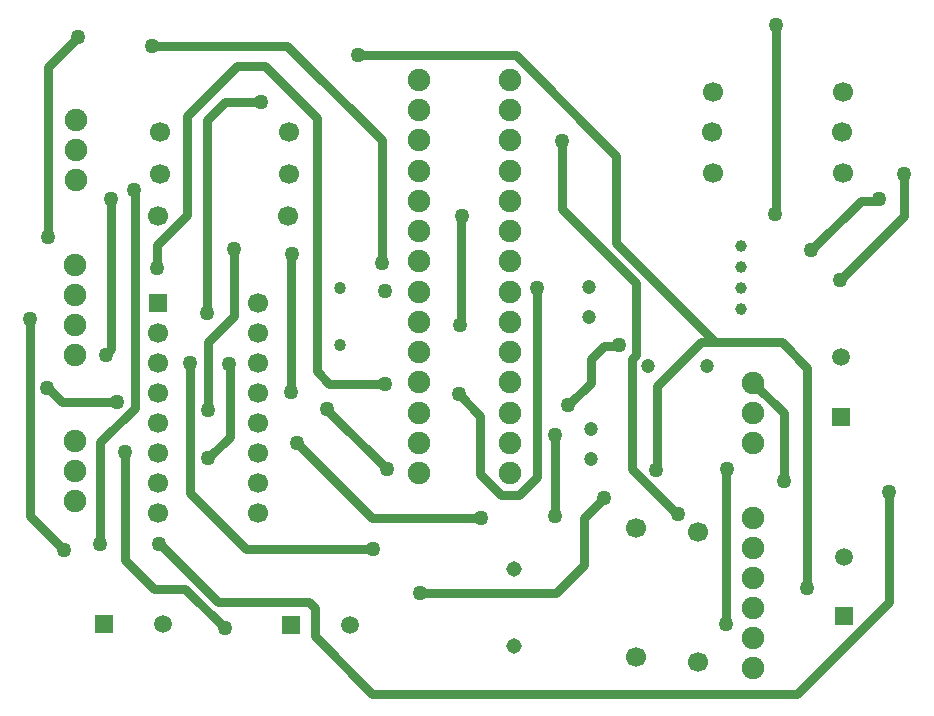
<source format=gtl>
G04*
G04 #@! TF.GenerationSoftware,Altium Limited,Altium Designer,21.1.1 (26)*
G04*
G04 Layer_Physical_Order=1*
G04 Layer_Color=255*
%FSLAX42Y42*%
%MOMM*%
G71*
G04*
G04 #@! TF.SameCoordinates,0D4DF387-93E8-4759-912B-AE2A25D3863C*
G04*
G04*
G04 #@! TF.FilePolarity,Positive*
G04*
G01*
G75*
%ADD25C,0.80*%
%ADD26C,1.03*%
%ADD27C,1.70*%
%ADD28C,1.90*%
%ADD29C,1.20*%
%ADD30C,1.52*%
%ADD31R,1.52X1.52*%
%ADD32R,1.52X1.52*%
%ADD33R,1.50X1.50*%
%ADD34C,1.31*%
%ADD35C,1.00*%
%ADD36C,1.27*%
D25*
X5211Y2088D02*
Y3017D01*
X5597Y1702D02*
X5601D01*
X5211Y2088D02*
X5597Y1702D01*
X5430Y2788D02*
X5801Y3160D01*
X5430Y2090D02*
Y2788D01*
X800Y3106D02*
Y4369D01*
X758Y3064D02*
X800Y3106D01*
X758Y3052D02*
Y3064D01*
X4623Y4285D02*
X5249Y3659D01*
Y3055D02*
Y3659D01*
X4975Y3128D02*
X5096D01*
X5211Y3017D02*
X5249Y3055D01*
X4864Y3017D02*
X4975Y3128D01*
X5096D02*
X5105Y3137D01*
X2637Y2589D02*
Y2595D01*
X3137Y2083D02*
Y2089D01*
X2637Y2589D02*
X3137Y2089D01*
X2375Y2311D02*
X3010Y1676D01*
X3937D01*
X2330Y2750D02*
Y3899D01*
X2324Y2743D02*
X2330Y2750D01*
Y3899D02*
X2337Y3905D01*
X4674Y2629D02*
X4864Y2819D01*
X1194Y3785D02*
Y3987D01*
X1447Y4240D01*
X405Y1397D02*
X406D01*
X116Y1686D02*
X405Y1397D01*
X116Y1686D02*
Y3353D01*
X1613Y5042D02*
X1765Y5194D01*
X1613Y3404D02*
Y5042D01*
X1447Y4240D02*
Y5079D01*
X1867Y5499D01*
X1473Y1885D02*
Y2984D01*
Y1885D02*
X1948Y1410D01*
X1623Y2586D02*
Y3159D01*
X1845Y3382D01*
X1765Y5194D02*
X2070D01*
X2106Y5499D02*
X2544Y5061D01*
X1867Y5499D02*
X2106D01*
X6013Y777D02*
Y2076D01*
X6020Y2083D01*
X6007Y771D02*
X6013Y777D01*
X921Y1314D02*
Y2229D01*
Y1314D02*
X1165Y1070D01*
X1432D01*
X1212Y1454D02*
X1217D01*
X1711Y960D01*
X1432Y1070D02*
X1765Y737D01*
X2527Y670D02*
X3017Y180D01*
X1711Y960D02*
X2480D01*
X2527Y913D01*
Y670D02*
Y913D01*
X6431Y4246D02*
Y5845D01*
X6426Y4242D02*
X6431Y4246D01*
Y5845D02*
X6435Y5849D01*
X3766Y4223D02*
X3772Y4229D01*
X3766Y3308D02*
Y4223D01*
X3759Y3302D02*
X3766Y3308D01*
X1845Y3382D02*
Y3946D01*
X272Y2769D02*
X387Y2654D01*
X851D01*
X260Y2769D02*
X272D01*
X267Y5493D02*
X521Y5747D01*
X267Y4051D02*
Y5493D01*
X1154Y5672D02*
X2298D01*
X3099Y4871D01*
X2896Y5588D02*
X4233D01*
X5080Y4741D01*
X5421Y2081D02*
X5430Y2090D01*
X3929Y2041D02*
X4102Y1868D01*
X4255D01*
X3929Y2041D02*
Y2536D01*
X4255Y1868D02*
X4407Y2020D01*
Y3619D01*
X3747Y2718D02*
X3929Y2536D01*
X4561Y2373D02*
X4563Y2375D01*
X4559Y1689D02*
X4561Y1691D01*
Y2373D01*
X4812Y1274D02*
Y1675D01*
X4978Y1842D01*
X4572Y1034D02*
X4812Y1274D01*
X4864Y2887D02*
X4864Y2886D01*
X4864Y2887D02*
Y3017D01*
X4864Y2819D02*
Y2886D01*
X5801Y3160D02*
X5918D01*
X7154Y4360D02*
X7294D01*
X7303Y4369D01*
X6731Y3937D02*
X7154Y4360D01*
X7518Y4229D02*
Y4585D01*
X6972Y3683D02*
X7518Y4229D01*
X6993Y4931D02*
Y4940D01*
X6614Y180D02*
X7391Y958D01*
Y1892D01*
X6243Y2819D02*
X6506Y2557D01*
Y1985D02*
Y2557D01*
X6700Y1083D02*
Y2946D01*
X6487Y3160D02*
X6700Y2946D01*
X3424Y1034D02*
X4572D01*
X3416Y1041D02*
X3424Y1034D01*
X1948Y1410D02*
X3023D01*
X1003Y2604D02*
Y4445D01*
X711Y1448D02*
Y2312D01*
X1003Y2604D01*
X996Y4452D02*
X1003Y4445D01*
X489Y3810D02*
X495D01*
X502Y5048D02*
X508Y5042D01*
X2046Y2731D02*
X2052Y2737D01*
X1206Y1715D02*
X1206Y1714D01*
X1803Y2972D02*
X1809Y2966D01*
Y2361D02*
Y2966D01*
X1626Y2178D02*
X1809Y2361D01*
X2303Y4205D02*
Y4229D01*
X2544Y2915D02*
Y5061D01*
Y2915D02*
X2652Y2807D01*
X1196Y4223D02*
X1203Y4229D01*
X495Y2324D02*
X502D01*
X489Y1822D02*
X495Y1816D01*
X3414Y3589D02*
X3418Y3585D01*
X4178Y4869D02*
X4181Y4867D01*
X4623Y4285D02*
Y4864D01*
X5080Y3998D02*
Y4741D01*
Y3998D02*
X5918Y3160D01*
X3409Y3840D02*
X3414Y3845D01*
X3099Y3835D02*
Y4871D01*
X2652Y2807D02*
X3124D01*
X3379Y2821D02*
X3414D01*
X3401Y2309D02*
X3414D01*
X4851Y3378D02*
X4858Y3372D01*
X3414Y3077D02*
X3420D01*
X6228Y406D02*
X6236D01*
X7002Y5283D02*
X7006D01*
X7002Y4597D02*
X7002D01*
X6135Y3438D02*
X6139Y3435D01*
X6135Y3798D02*
X6136Y3798D01*
X6135Y3978D02*
X6139Y3982D01*
X4864Y2426D02*
Y2432D01*
Y2172D02*
X4872Y2164D01*
X5245Y1591D02*
X5247D01*
X3017Y180D02*
X6614D01*
X6236Y1676D02*
X6242D01*
X6236Y2819D02*
X6243D01*
X6236Y660D02*
X6242Y667D01*
X4216Y1239D02*
X4226D01*
X5918Y3160D02*
X6487D01*
D26*
X2743Y3622D02*
D03*
Y3134D02*
D03*
D27*
X1203Y4229D02*
D03*
X2303D02*
D03*
X1215Y4585D02*
D03*
X2315D02*
D03*
X1215Y4940D02*
D03*
X2315D02*
D03*
X7002Y4597D02*
D03*
X5902D02*
D03*
X7002Y5283D02*
D03*
X5902D02*
D03*
X6993Y4940D02*
D03*
X5893D02*
D03*
X1206Y3238D02*
D03*
Y2984D02*
D03*
Y2731D02*
D03*
Y2476D02*
D03*
Y2223D02*
D03*
Y1968D02*
D03*
Y1715D02*
D03*
X2046Y3492D02*
D03*
Y2731D02*
D03*
Y2476D02*
D03*
Y2223D02*
D03*
Y1968D02*
D03*
Y1715D02*
D03*
Y3238D02*
D03*
Y2984D02*
D03*
X5245Y1591D02*
D03*
Y491D02*
D03*
X5778Y1553D02*
D03*
Y453D02*
D03*
D28*
X508Y4788D02*
D03*
Y4534D02*
D03*
Y5042D02*
D03*
X495Y2070D02*
D03*
Y2324D02*
D03*
Y1816D02*
D03*
X3414Y5381D02*
D03*
Y5125D02*
D03*
Y4869D02*
D03*
Y4613D02*
D03*
Y4357D02*
D03*
Y4101D02*
D03*
Y3845D02*
D03*
Y3589D02*
D03*
Y3333D02*
D03*
Y3077D02*
D03*
Y2821D02*
D03*
Y2565D02*
D03*
Y2309D02*
D03*
Y2053D02*
D03*
X4178Y5381D02*
D03*
Y5125D02*
D03*
Y4869D02*
D03*
Y4613D02*
D03*
Y4357D02*
D03*
Y4101D02*
D03*
Y3845D02*
D03*
Y3589D02*
D03*
Y3333D02*
D03*
Y3077D02*
D03*
Y2821D02*
D03*
Y2565D02*
D03*
Y2309D02*
D03*
Y2053D02*
D03*
X6236Y2565D02*
D03*
Y2819D02*
D03*
Y2311D02*
D03*
Y1676D02*
D03*
Y1168D02*
D03*
Y660D02*
D03*
Y1422D02*
D03*
Y914D02*
D03*
Y406D02*
D03*
X495Y3810D02*
D03*
Y3302D02*
D03*
Y3556D02*
D03*
Y3048D02*
D03*
D29*
X4864Y2172D02*
D03*
Y2426D02*
D03*
X4851Y3632D02*
D03*
Y3378D02*
D03*
X5351Y2959D02*
D03*
X5851D02*
D03*
D30*
X6985Y3031D02*
D03*
X2828Y762D02*
D03*
X1241Y775D02*
D03*
X7010Y1342D02*
D03*
D31*
X6985Y2531D02*
D03*
X7010Y842D02*
D03*
D32*
X2328Y762D02*
D03*
X741Y775D02*
D03*
D33*
X1206Y3492D02*
D03*
D34*
X4216Y1239D02*
D03*
Y589D02*
D03*
D35*
X6135Y3438D02*
D03*
Y3618D02*
D03*
Y3798D02*
D03*
Y3978D02*
D03*
D36*
X5601Y1702D02*
D03*
X758Y3052D02*
D03*
X5105Y3137D02*
D03*
X3137Y2083D02*
D03*
X2637Y2595D02*
D03*
X2375Y2311D02*
D03*
X2337Y3905D02*
D03*
X4674Y2629D02*
D03*
X1194Y3785D02*
D03*
X406Y1397D02*
D03*
X1613Y3404D02*
D03*
X1473Y2984D02*
D03*
X2070Y5194D02*
D03*
X6007Y771D02*
D03*
X1212Y1454D02*
D03*
X1765Y737D02*
D03*
X6426Y4242D02*
D03*
X3759Y3302D02*
D03*
X3772Y4229D02*
D03*
X3124Y3594D02*
D03*
X1845Y3946D02*
D03*
X260Y2769D02*
D03*
X267Y4051D02*
D03*
X521Y5747D02*
D03*
X1154Y5672D02*
D03*
X2896Y5588D02*
D03*
X5421Y2081D02*
D03*
X4407Y3619D02*
D03*
X4563Y2375D02*
D03*
X4559Y1689D02*
D03*
X4978Y1842D02*
D03*
X6731Y3937D02*
D03*
X7303Y4369D02*
D03*
X7518Y4585D02*
D03*
X6435Y5849D02*
D03*
X6972Y3683D02*
D03*
X7391Y1892D02*
D03*
X6506Y1985D02*
D03*
X6700Y1083D02*
D03*
X3937Y1676D02*
D03*
X3416Y1041D02*
D03*
X3023Y1410D02*
D03*
X921Y2229D02*
D03*
X711Y1448D02*
D03*
X851Y2654D02*
D03*
X116Y3353D02*
D03*
X996Y4452D02*
D03*
X800Y4369D02*
D03*
X2324Y2743D02*
D03*
X1803Y2972D02*
D03*
X4623Y4864D02*
D03*
X3099Y3835D02*
D03*
X3124Y2807D02*
D03*
X3747Y2718D02*
D03*
X6020Y2083D02*
D03*
X1623Y2586D02*
D03*
X1626Y2178D02*
D03*
M02*

</source>
